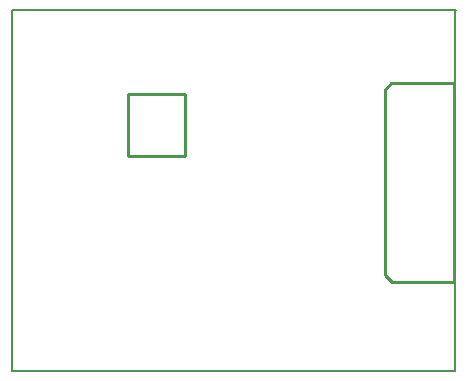
<source format=gm1>
%FSLAX25Y25*%
%MOIN*%
G70*
G01*
G75*
G04 Layer_Color=16711935*
%ADD10R,0.11811X0.08268*%
%ADD11R,0.05118X0.03150*%
%ADD12R,0.01969X0.01969*%
%ADD13R,0.01969X0.01969*%
%ADD14R,0.19291X0.19291*%
%ADD15O,0.01378X0.03740*%
%ADD16O,0.03740X0.01378*%
%ADD17R,0.07087X0.07480*%
%ADD18R,0.09055X0.07480*%
%ADD19R,0.01575X0.05512*%
%ADD20R,0.04134X0.05118*%
%ADD21R,0.03150X0.06693*%
%ADD22R,0.02559X0.05315*%
%ADD23R,0.02756X0.01181*%
%ADD24R,0.03504X0.06299*%
%ADD25R,0.03740X0.03740*%
%ADD26R,0.01969X0.02362*%
%ADD27R,0.02362X0.01969*%
%ADD28C,0.01000*%
%ADD29C,0.01575*%
%ADD30C,0.03543*%
%ADD31C,0.03150*%
%ADD32C,0.00787*%
%ADD33C,0.02165*%
%ADD34C,0.11811*%
%ADD35C,0.02598*%
%ADD36R,0.04724X0.05315*%
%ADD37R,0.03937X0.01378*%
%ADD38R,0.19600X0.21400*%
%ADD39C,0.00984*%
%ADD40C,0.00394*%
%ADD41C,0.00591*%
%ADD42C,0.00709*%
%ADD43C,0.00276*%
%ADD44C,0.00291*%
%ADD45R,0.12611X0.09068*%
%ADD46R,0.05918X0.03950*%
%ADD47R,0.02769X0.02769*%
%ADD48R,0.02769X0.02769*%
%ADD49R,0.20091X0.20091*%
%ADD50O,0.02178X0.04540*%
%ADD51O,0.04540X0.02178*%
%ADD52R,0.07887X0.08280*%
%ADD53R,0.09855X0.08280*%
%ADD54R,0.02375X0.06312*%
%ADD55R,0.04934X0.05918*%
%ADD56R,0.03950X0.07493*%
%ADD57R,0.03359X0.06115*%
%ADD58R,0.03386X0.01811*%
%ADD59R,0.04134X0.06929*%
%ADD60R,0.04540X0.04540*%
%ADD61R,0.02769X0.03162*%
%ADD62R,0.03162X0.02769*%
%ADD63C,0.12611*%
%ADD64R,0.05039X0.05630*%
%ADD65R,0.04252X0.01693*%
%ADD66C,0.03398*%
D28*
X124100Y31800D02*
Y93700D01*
X126200Y95800D01*
X147200D01*
Y29500D02*
Y95800D01*
X126400Y29500D02*
X147200D01*
X124100Y31800D02*
X126400Y29500D01*
X38705Y92264D02*
X39689D01*
X38705Y71595D02*
Y92264D01*
Y71595D02*
X39689D01*
X57406D01*
Y72579D01*
Y92264D01*
X39689D02*
X57406D01*
X124100Y31800D02*
Y93700D01*
X126200Y95800D01*
X147200D01*
Y29500D02*
Y95800D01*
X126400Y29500D02*
X147200D01*
X124100Y31800D02*
X126400Y29500D01*
X38705Y92264D02*
X39689D01*
X38705Y71595D02*
Y92264D01*
Y71595D02*
X39689D01*
X57406D01*
Y72579D01*
Y92264D01*
X39689D02*
X57406D01*
D32*
X0Y120100D02*
X147800D01*
X147638Y0D02*
Y120100D01*
X0Y0D02*
X147638D01*
X0D02*
Y120100D01*
X147800D01*
X147638Y0D02*
Y120100D01*
X0Y0D02*
X147638D01*
X0D02*
Y120100D01*
M02*

</source>
